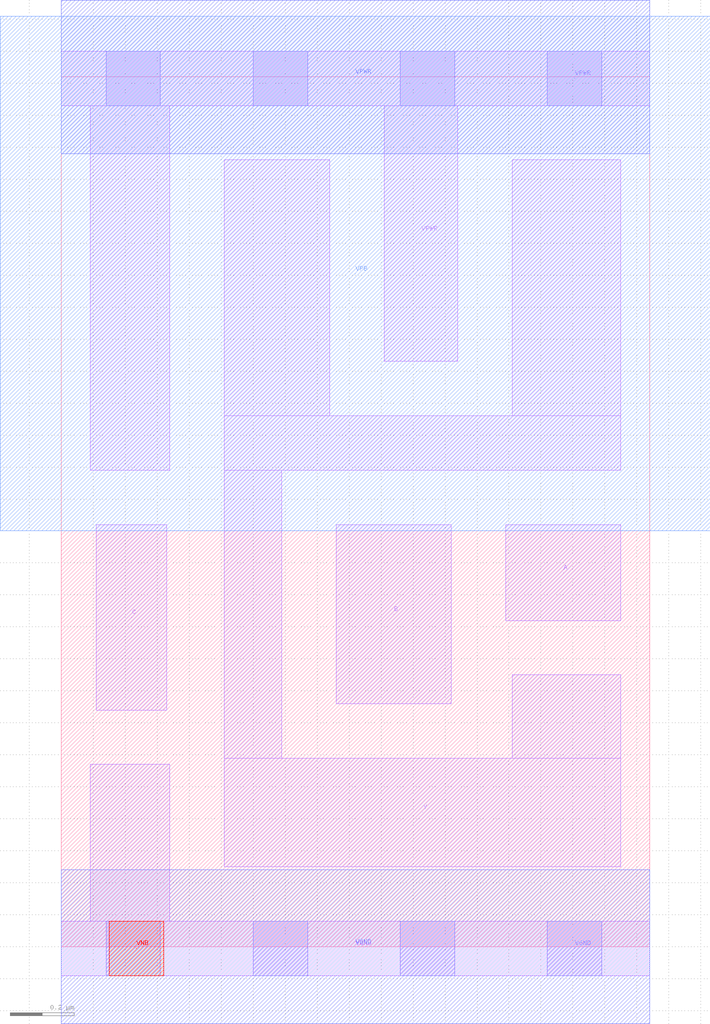
<source format=lef>
VERSION 5.7 ;
  NOWIREEXTENSIONATPIN ON ;
  DIVIDERCHAR "/" ;
  BUSBITCHARS "[]" ;
MACRO sky130_vsdnand3_1x
  CLASS CORE ;
  FOREIGN sky130_vsdnand3_1x ;
  ORIGIN 0.000 0.000 ;
  SIZE 1.840 BY 2.720 ;
  SYMMETRY X Y R90 ;
  SITE unithd ;
  PIN A
    DIRECTION INPUT ;
    USE SIGNAL ;
    ANTENNAGATEAREA 0.247500 ;
    PORT
      LAYER li1 ;
        RECT 1.390 1.020 1.750 1.320 ;
    END
  END A
  PIN B
    DIRECTION INPUT ;
    USE SIGNAL ;
    ANTENNAGATEAREA 0.247500 ;
    PORT
      LAYER li1 ;
        RECT 0.860 0.760 1.220 1.320 ;
    END
  END B
  PIN C
    DIRECTION INPUT ;
    USE SIGNAL ;
    ANTENNAGATEAREA 0.264000 ;
    PORT
      LAYER li1 ;
        RECT 0.110 0.740 0.330 1.320 ;
    END
  END C
  PIN VGND
    DIRECTION INOUT ;
    USE GROUND ;
    SHAPE ABUTMENT ;
    PORT
      LAYER li1 ;
        RECT 0.090 0.080 0.340 0.570 ;
        RECT 0.000 -0.090 1.840 0.080 ;
      LAYER mcon ;
        RECT 0.140 -0.090 0.310 0.080 ;
        RECT 0.600 -0.090 0.770 0.080 ;
        RECT 1.060 -0.090 1.230 0.080 ;
        RECT 1.520 -0.090 1.690 0.080 ;
      LAYER met1 ;
        RECT 0.000 -0.240 1.840 0.240 ;
    END
  END VGND
  PIN VNB
    DIRECTION INOUT ;
    USE GROUND ;
    PORT
      LAYER pwell ;
        RECT 0.150 -0.090 0.320 0.080 ;
    END
  END VNB
  PIN VPB
    DIRECTION INOUT ;
    USE POWER ;
    PORT
      LAYER nwell ;
        RECT -0.190 1.300 2.030 2.910 ;
    END
  END VPB
  PIN VPWR
    DIRECTION INOUT ;
    USE POWER ;
    SHAPE ABUTMENT ;
    PORT
      LAYER li1 ;
        RECT 0.000 2.630 1.840 2.800 ;
        RECT 0.090 1.490 0.340 2.630 ;
        RECT 1.010 1.830 1.240 2.630 ;
      LAYER mcon ;
        RECT 0.140 2.630 0.310 2.800 ;
        RECT 0.600 2.630 0.770 2.800 ;
        RECT 1.060 2.630 1.230 2.800 ;
        RECT 1.520 2.630 1.690 2.800 ;
      LAYER met1 ;
        RECT 0.000 2.480 1.840 2.960 ;
    END
  END VPWR
  PIN Y
    DIRECTION OUTPUT ;
    USE SIGNAL ;
    ANTENNADIFFAREA 0.798900 ;
    PORT
      LAYER li1 ;
        RECT 0.510 1.660 0.840 2.460 ;
        RECT 1.410 1.660 1.750 2.460 ;
        RECT 0.510 1.490 1.750 1.660 ;
        RECT 0.510 0.590 0.690 1.490 ;
        RECT 1.410 0.590 1.750 0.850 ;
        RECT 0.510 0.250 1.750 0.590 ;
    END
  END Y
END sky130_vsdnand3_1x
END LIBRARY


</source>
